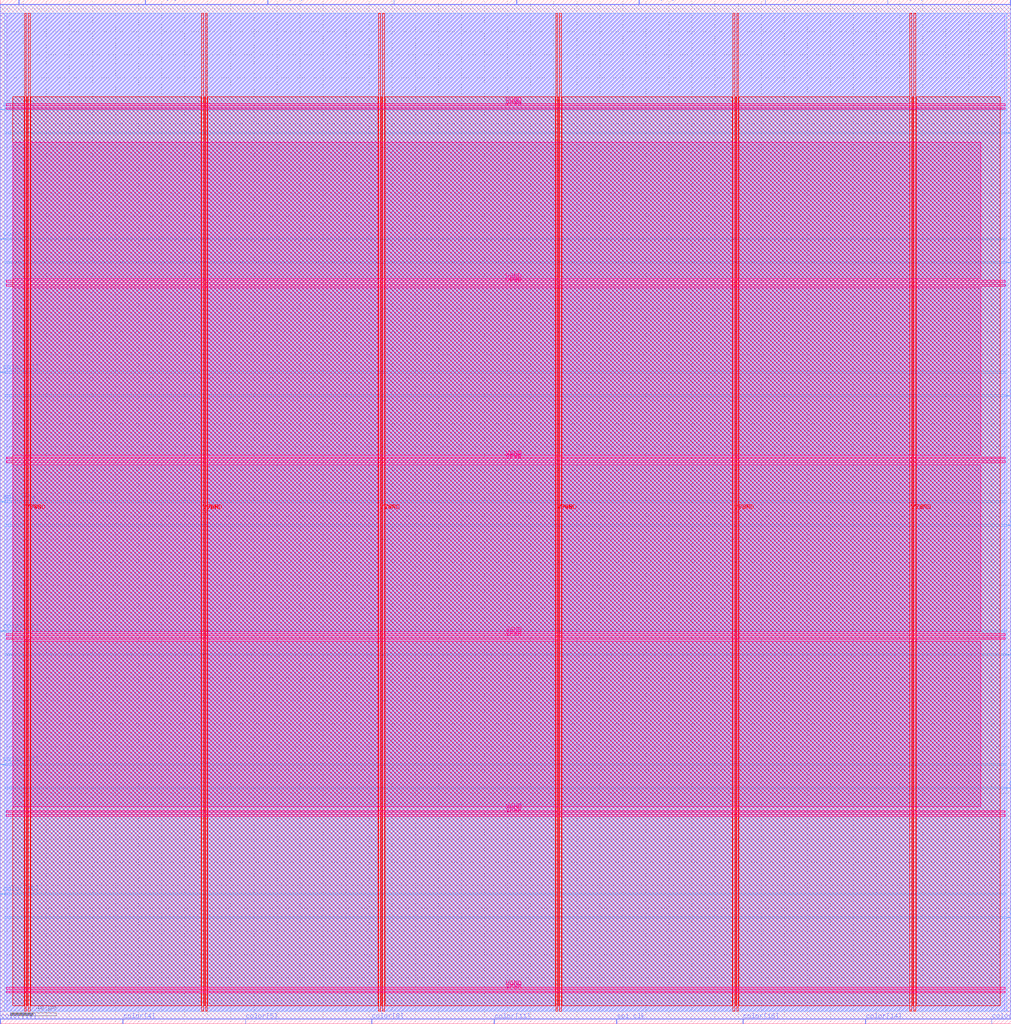
<source format=lef>
VERSION 5.7 ;
  NOWIREEXTENSIONATPIN ON ;
  DIVIDERCHAR "/" ;
  BUSBITCHARS "[]" ;
MACRO pushing_pixels
  CLASS BLOCK ;
  FOREIGN pushing_pixels ;
  ORIGIN 0.000 0.000 ;
  SIZE 876.815 BY 887.535 ;
  PIN VGND
    USE GROUND ;
    PORT
      LAYER met5 ;
        RECT 5.280 795.930 871.480 797.530 ;
    END
    PORT
      LAYER met5 ;
        RECT 5.280 642.750 871.480 644.350 ;
    END
    PORT
      LAYER met5 ;
        RECT 5.280 489.570 871.480 491.170 ;
    END
    PORT
      LAYER met5 ;
        RECT 5.280 336.390 871.480 337.990 ;
    END
    PORT
      LAYER met5 ;
        RECT 5.280 183.210 871.480 184.810 ;
    END
    PORT
      LAYER met5 ;
        RECT 5.280 30.030 871.480 31.630 ;
    END
    PORT
      LAYER met4 ;
        RECT 792.340 10.640 793.940 876.080 ;
    END
    PORT
      LAYER met4 ;
        RECT 638.740 10.640 640.340 876.080 ;
    END
    PORT
      LAYER met4 ;
        RECT 485.140 10.640 486.740 876.080 ;
    END
    PORT
      LAYER met4 ;
        RECT 331.540 10.640 333.140 876.080 ;
    END
    PORT
      LAYER met4 ;
        RECT 177.940 10.640 179.540 876.080 ;
    END
    PORT
      LAYER met4 ;
        RECT 24.340 10.640 25.940 876.080 ;
    END
  END VGND
  PIN VPWR
    USE POWER ;
    PORT
      LAYER met5 ;
        RECT 5.280 792.630 871.480 794.230 ;
    END
    PORT
      LAYER met5 ;
        RECT 5.280 639.450 871.480 641.050 ;
    END
    PORT
      LAYER met5 ;
        RECT 5.280 486.270 871.480 487.870 ;
    END
    PORT
      LAYER met5 ;
        RECT 5.280 333.090 871.480 334.690 ;
    END
    PORT
      LAYER met5 ;
        RECT 5.280 179.910 871.480 181.510 ;
    END
    PORT
      LAYER met5 ;
        RECT 5.280 26.730 871.480 28.330 ;
    END
    PORT
      LAYER met4 ;
        RECT 789.040 10.640 790.640 876.080 ;
    END
    PORT
      LAYER met4 ;
        RECT 635.440 10.640 637.040 876.080 ;
    END
    PORT
      LAYER met4 ;
        RECT 481.840 10.640 483.440 876.080 ;
    END
    PORT
      LAYER met4 ;
        RECT 328.240 10.640 329.840 876.080 ;
    END
    PORT
      LAYER met4 ;
        RECT 174.640 10.640 176.240 876.080 ;
    END
    PORT
      LAYER met4 ;
        RECT 21.040 10.640 22.640 876.080 ;
    END
  END VPWR
  PIN clk
    PORT
      LAYER met2 ;
        RECT 875.930 883.535 876.210 887.535 ;
    END
  END clk
  PIN color[0]
    PORT
      LAYER met3 ;
        RECT 0.000 680.040 4.000 680.640 ;
    END
  END color[0]
  PIN color[10]
    PORT
      LAYER met3 ;
        RECT 0.000 224.440 4.000 225.040 ;
    END
  END color[10]
  PIN color[11]
    PORT
      LAYER met2 ;
        RECT 428.350 0.000 428.630 4.000 ;
    END
  END color[11]
  PIN color[12]
    PORT
      LAYER met2 ;
        RECT 231.930 883.535 232.210 887.535 ;
    END
  END color[12]
  PIN color[13]
    PORT
      LAYER met2 ;
        RECT 553.930 883.535 554.210 887.535 ;
    END
  END color[13]
  PIN color[14]
    PORT
      LAYER met2 ;
        RECT 750.350 0.000 750.630 4.000 ;
    END
  END color[14]
  PIN color[15]
    PORT
      LAYER met3 ;
        RECT 872.815 431.840 876.815 432.440 ;
    END
  END color[15]
  PIN color[16]
    PORT
      LAYER met2 ;
        RECT 644.090 0.000 644.370 4.000 ;
    END
  END color[16]
  PIN color[17]
    PORT
      LAYER met3 ;
        RECT 872.815 544.040 876.815 544.640 ;
    END
  END color[17]
  PIN color[18]
    PORT
      LAYER met3 ;
        RECT 0.000 112.240 4.000 112.840 ;
    END
  END color[18]
  PIN color[19]
    PORT
      LAYER met2 ;
        RECT 0.090 0.000 0.370 4.000 ;
    END
  END color[19]
  PIN color[1]
    PORT
      LAYER met2 ;
        RECT 663.410 883.535 663.690 887.535 ;
    END
  END color[1]
  PIN color[20]
    PORT
      LAYER met2 ;
        RECT 769.670 883.535 769.950 887.535 ;
    END
  END color[20]
  PIN color[21]
    PORT
      LAYER met3 ;
        RECT 0.000 564.440 4.000 565.040 ;
    END
  END color[21]
  PIN color[22]
    PORT
      LAYER met3 ;
        RECT 872.815 91.840 876.815 92.440 ;
    END
  END color[22]
  PIN color[23]
    PORT
      LAYER met3 ;
        RECT 0.000 340.040 4.000 340.640 ;
    END
  END color[23]
  PIN color[2]
    PORT
      LAYER met3 ;
        RECT 0.000 792.240 4.000 792.840 ;
    END
  END color[2]
  PIN color[3]
    PORT
      LAYER met2 ;
        RECT 859.830 0.000 860.110 4.000 ;
    END
  END color[3]
  PIN color[4]
    PORT
      LAYER met2 ;
        RECT 106.350 0.000 106.630 4.000 ;
    END
  END color[4]
  PIN color[5]
    PORT
      LAYER met2 ;
        RECT 212.610 0.000 212.890 4.000 ;
    END
  END color[5]
  PIN color[6]
    PORT
      LAYER met2 ;
        RECT 125.670 883.535 125.950 887.535 ;
    END
  END color[6]
  PIN color[7]
    PORT
      LAYER met3 ;
        RECT 872.815 204.040 876.815 204.640 ;
    END
  END color[7]
  PIN color[8]
    PORT
      LAYER met2 ;
        RECT 322.090 0.000 322.370 4.000 ;
    END
  END color[8]
  PIN color[9]
    PORT
      LAYER met3 ;
        RECT 872.815 659.640 876.815 660.240 ;
    END
  END color[9]
  PIN cs
    PORT
      LAYER met3 ;
        RECT 872.815 771.840 876.815 772.440 ;
    END
  END cs
  PIN is_mandelbrot
    PORT
      LAYER met2 ;
        RECT 341.410 883.535 341.690 887.535 ;
    END
  END is_mandelbrot
  PIN nrst
    PORT
      LAYER met2 ;
        RECT 447.670 883.535 447.950 887.535 ;
    END
  END nrst
  PIN spi_clk
    PORT
      LAYER met2 ;
        RECT 534.610 0.000 534.890 4.000 ;
    END
  END spi_clk
  PIN spi_data
    PORT
      LAYER met3 ;
        RECT 0.000 452.240 4.000 452.840 ;
    END
  END spi_data
  PIN spi_en
    PORT
      LAYER met2 ;
        RECT 16.190 883.535 16.470 887.535 ;
    END
  END spi_en
  PIN valid_out
    PORT
      LAYER met3 ;
        RECT 872.815 319.640 876.815 320.240 ;
    END
  END valid_out
  OBS
      LAYER li1 ;
        RECT 5.520 10.795 871.240 875.925 ;
      LAYER met1 ;
        RECT 0.070 10.640 876.230 876.080 ;
      LAYER met2 ;
        RECT 0.100 883.255 15.910 883.535 ;
        RECT 16.750 883.255 125.390 883.535 ;
        RECT 126.230 883.255 231.650 883.535 ;
        RECT 232.490 883.255 341.130 883.535 ;
        RECT 341.970 883.255 447.390 883.535 ;
        RECT 448.230 883.255 553.650 883.535 ;
        RECT 554.490 883.255 663.130 883.535 ;
        RECT 663.970 883.255 769.390 883.535 ;
        RECT 770.230 883.255 875.650 883.535 ;
        RECT 0.100 4.280 876.200 883.255 ;
        RECT 0.650 4.000 106.070 4.280 ;
        RECT 106.910 4.000 212.330 4.280 ;
        RECT 213.170 4.000 321.810 4.280 ;
        RECT 322.650 4.000 428.070 4.280 ;
        RECT 428.910 4.000 534.330 4.280 ;
        RECT 535.170 4.000 643.810 4.280 ;
        RECT 644.650 4.000 750.070 4.280 ;
        RECT 750.910 4.000 859.550 4.280 ;
        RECT 860.390 4.000 876.200 4.280 ;
      LAYER met3 ;
        RECT 4.000 793.240 872.815 876.005 ;
        RECT 4.400 791.840 872.815 793.240 ;
        RECT 4.000 772.840 872.815 791.840 ;
        RECT 4.000 771.440 872.415 772.840 ;
        RECT 4.000 681.040 872.815 771.440 ;
        RECT 4.400 679.640 872.815 681.040 ;
        RECT 4.000 660.640 872.815 679.640 ;
        RECT 4.000 659.240 872.415 660.640 ;
        RECT 4.000 565.440 872.815 659.240 ;
        RECT 4.400 564.040 872.815 565.440 ;
        RECT 4.000 545.040 872.815 564.040 ;
        RECT 4.000 543.640 872.415 545.040 ;
        RECT 4.000 453.240 872.815 543.640 ;
        RECT 4.400 451.840 872.815 453.240 ;
        RECT 4.000 432.840 872.815 451.840 ;
        RECT 4.000 431.440 872.415 432.840 ;
        RECT 4.000 341.040 872.815 431.440 ;
        RECT 4.400 339.640 872.815 341.040 ;
        RECT 4.000 320.640 872.815 339.640 ;
        RECT 4.000 319.240 872.415 320.640 ;
        RECT 4.000 225.440 872.815 319.240 ;
        RECT 4.400 224.040 872.815 225.440 ;
        RECT 4.000 205.040 872.815 224.040 ;
        RECT 4.000 203.640 872.415 205.040 ;
        RECT 4.000 113.240 872.815 203.640 ;
        RECT 4.400 111.840 872.815 113.240 ;
        RECT 4.000 92.840 872.815 111.840 ;
        RECT 4.000 91.440 872.415 92.840 ;
        RECT 4.000 10.715 872.815 91.440 ;
      LAYER met4 ;
        RECT 10.910 15.815 20.640 803.585 ;
        RECT 23.040 15.815 23.940 803.585 ;
        RECT 26.340 15.815 174.240 803.585 ;
        RECT 176.640 15.815 177.540 803.585 ;
        RECT 179.940 15.815 327.840 803.585 ;
        RECT 330.240 15.815 331.140 803.585 ;
        RECT 333.540 15.815 481.440 803.585 ;
        RECT 483.840 15.815 484.740 803.585 ;
        RECT 487.140 15.815 635.040 803.585 ;
        RECT 637.440 15.815 638.340 803.585 ;
        RECT 640.740 15.815 788.640 803.585 ;
        RECT 791.040 15.815 791.940 803.585 ;
        RECT 794.340 15.815 867.265 803.585 ;
      LAYER met5 ;
        RECT 10.700 645.950 850.420 764.100 ;
        RECT 10.700 492.770 850.420 637.850 ;
        RECT 10.700 339.590 850.420 484.670 ;
        RECT 10.700 187.900 850.420 331.490 ;
  END
END pushing_pixels
END LIBRARY


</source>
